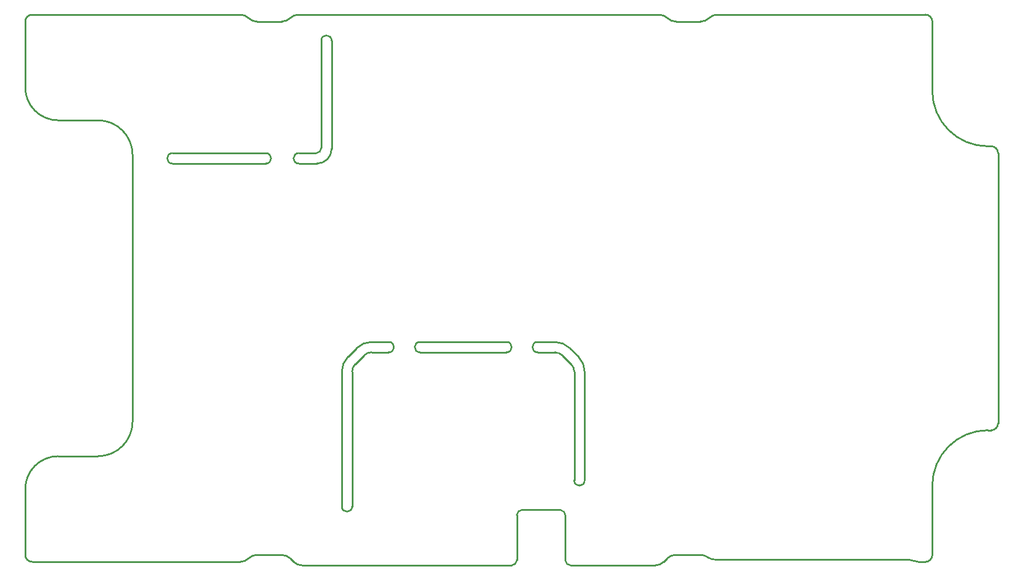
<source format=gbp>
G04*
G04 #@! TF.GenerationSoftware,Altium Limited,Altium Designer,21.2.0 (30)*
G04*
G04 Layer_Color=128*
%FSLAX25Y25*%
%MOIN*%
G70*
G04*
G04 #@! TF.SameCoordinates,586DA71B-A414-44C7-A424-215A95C81ED1*
G04*
G04*
G04 #@! TF.FilePolarity,Positive*
G04*
G01*
G75*
%ADD10C,0.01000*%
D10*
X129936Y-152740D02*
G03*
X126153Y-151575I-3782J-5556D01*
G01*
X246897Y-154837D02*
G03*
X249831Y-155512I2934J6047D01*
G01*
X246897Y-154837D02*
G03*
X243963Y-154163I-2934J-6047D01*
G01*
X49213Y-154528D02*
G03*
X52165Y-157480I2953J0D01*
G01*
X49213Y-128937D02*
G03*
X46260Y-125984I-2953J0D01*
G01*
X24606D02*
G03*
X21654Y-128937I0J-2953D01*
G01*
X18701Y-157480D02*
G03*
X21654Y-154528I0J2953D01*
G01*
X-33465Y-30512D02*
G03*
X-33465Y-36417I0J-2953D01*
G01*
X15748D02*
G03*
X15748Y-30512I0J2953D01*
G01*
X54279Y-109252D02*
G03*
X60185Y-109252I2953J0D01*
G01*
X33465Y-30512D02*
G03*
X33465Y-36417I0J-2953D01*
G01*
X47532Y-38168D02*
G03*
X43307Y-36417I-4225J-4225D01*
G01*
X51764Y-34047D02*
G03*
X43228Y-30512I-8535J-8535D01*
G01*
X60200Y-47484D02*
G03*
X56665Y-38948I-12071J0D01*
G01*
X54295Y-47405D02*
G03*
X52544Y-43180I-5976J0D01*
G01*
X-70261D02*
G03*
X-72011Y-47405I4225J-4225D01*
G01*
X-74381Y-38948D02*
G03*
X-77917Y-47484I8535J-8535D01*
G01*
X-60945Y-30512D02*
G03*
X-69480Y-34047I0J-12071D01*
G01*
X-61024Y-36417D02*
G03*
X-65249Y-38168I0J-5976D01*
G01*
X-51181Y-36417D02*
G03*
X-51181Y-30512I0J2953D01*
G01*
X-77901Y-124016D02*
G03*
X-71996Y-124016I2953J0D01*
G01*
X-92520Y76772D02*
G03*
X-89567Y79724I0J2953D01*
G01*
X-102362Y76772D02*
G03*
X-102362Y70866I0J-2953D01*
G01*
X-91992Y70866D02*
G03*
X-83661Y79197I0J8331D01*
G01*
Y140748D02*
G03*
X-89567Y140748I-2953J0D01*
G01*
X-121063Y70866D02*
G03*
X-121063Y76772I0J2953D01*
G01*
X-174213D02*
G03*
X-174213Y70866I0J-2953D01*
G01*
X111867Y-151575D02*
G03*
X107115Y-153543I0J-6721D01*
G01*
X100394Y-157480D02*
G03*
X105146Y-155512I0J6721D01*
G01*
X-257874Y114173D02*
G03*
X-239173Y95472I18701J0D01*
G01*
X-196850Y75787D02*
G03*
X-216535Y95472I-19685J0D01*
G01*
Y-95472D02*
G03*
X-196850Y-75787I0J19685D01*
G01*
X-253937Y155512D02*
G03*
X-257874Y151575I0J-3937D01*
G01*
X-130905Y153543D02*
G03*
X-135658Y155512I-4752J-4752D01*
G01*
X-130905Y153543D02*
G03*
X-126153Y151575I4752J4752D01*
G01*
X-102531Y155512D02*
G03*
X-107283Y153543I0J-6721D01*
G01*
X-112036Y151575D02*
G03*
X-107283Y153543I0J6721D01*
G01*
Y-153543D02*
G03*
X-112036Y-151575I-4752J-4752D01*
G01*
X-105315Y-155512D02*
G03*
X-100563Y-157480I4752J4752D01*
G01*
X-126153Y-151575D02*
G03*
X-130905Y-153543I0J-6721D01*
G01*
X-135658Y-155512D02*
G03*
X-130905Y-153543I0J6721D01*
G01*
X-257874Y-151575D02*
G03*
X-253937Y-155512I3937J0D01*
G01*
X-239173Y-95472D02*
G03*
X-257874Y-114173I0J-18701D01*
G01*
X289370Y-80709D02*
G03*
X257874Y-112205I0J-31496D01*
G01*
X291339Y-80709D02*
G03*
X295276Y-76772I0J3937D01*
G01*
X253937Y-155512D02*
G03*
X257874Y-151575I0J3937D01*
G01*
X130273Y-152969D02*
G03*
X134055Y-154134I3782J5556D01*
G01*
X107283Y153543D02*
G03*
X112036Y151575I4752J4752D01*
G01*
X107283Y153543D02*
G03*
X102531Y155512I-4752J-4752D01*
G01*
X126153Y151575D02*
G03*
X130905Y153543I0J6721D01*
G01*
X135658Y155512D02*
G03*
X130905Y153543I0J-6721D01*
G01*
X257874Y151575D02*
G03*
X253937Y155512I-3937J0D01*
G01*
X295276Y76772D02*
G03*
X291339Y80709I-3937J0D01*
G01*
X257874Y112205D02*
G03*
X289370Y80709I31496J0D01*
G01*
X134055Y-154134D02*
X187008D01*
X129936Y-152740D02*
X130273Y-152969D01*
X249831Y-155512D02*
X253937D01*
X187008Y-154163D02*
X243963D01*
X52165Y-157480D02*
X100394D01*
X49213Y-154528D02*
Y-128937D01*
X24606Y-125984D02*
X46260D01*
X21654Y-154528D02*
Y-128937D01*
X-0Y-157480D02*
X18701D01*
X-33465Y-36417D02*
X15748D01*
X-33465Y-30512D02*
X15748D01*
X33465Y-36417D02*
X43307D01*
X33465Y-30512D02*
X43228D01*
X43228D01*
X60185Y-109252D02*
Y-47484D01*
X54279Y-109252D02*
Y-47405D01*
X47532Y-38168D02*
X52544Y-43180D01*
X51764Y-34047D02*
X56665Y-38948D01*
X-74381D02*
X-69480Y-34047D01*
X-70261Y-43180D02*
X-65249Y-38168D01*
X-71996Y-124016D02*
Y-47405D01*
X-77901Y-124016D02*
Y-47484D01*
X-60945Y-30512D02*
X-60945D01*
X-51181D01*
X-61024Y-36417D02*
X-51181D01*
X-89567Y79724D02*
Y140748D01*
X-102362Y76772D02*
X-92520D01*
X-102362Y70866D02*
X-91992D01*
X-174213Y76772D02*
X-121063D01*
X-83661Y79197D02*
Y140748D01*
X-174213Y70866D02*
X-121063D01*
X105146Y-155512D02*
X107115Y-153543D01*
X-107283Y-153543D02*
X-105315Y-155512D01*
Y-155512D01*
X-100563Y-157480D02*
X-0Y-157480D01*
X-196850Y-0D02*
Y75787D01*
X-239173Y95473D02*
X-216535D01*
X-239173Y-95473D02*
X-216535D01*
X-257874Y114173D02*
Y151575D01*
X-253937Y155512D02*
X-135658D01*
X-119094Y151575D02*
X-112036D01*
X-126153D02*
X-119094D01*
X-102531Y155512D02*
X-0Y155512D01*
X-126153Y-151575D02*
X-119094D01*
X-112036D01*
X-253937Y-155512D02*
X-135658D01*
X-257874Y-151575D02*
Y-114173D01*
X-196850Y-75787D02*
Y-0D01*
X295276Y-76772D02*
Y-0D01*
X289370Y-80709D02*
X291339D01*
X257874Y-151575D02*
Y-112205D01*
X112036Y-151575D02*
X119095D01*
X126153D01*
X-0Y155512D02*
X102531Y155512D01*
X119095Y151575D02*
X126153D01*
X112036D02*
X119095D01*
X135658Y155512D02*
X253937D01*
X257874Y112205D02*
Y151575D01*
X289370Y80709D02*
X291339D01*
X295276Y-0D02*
Y76772D01*
M02*

</source>
